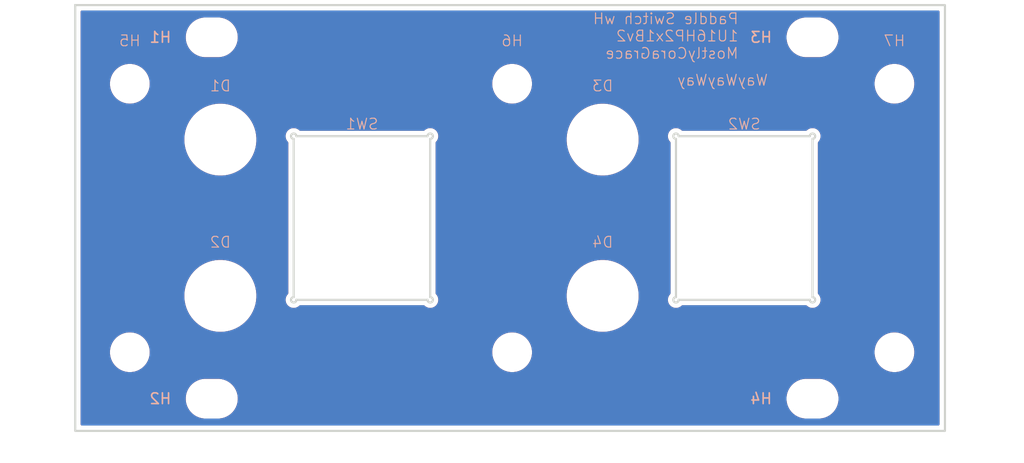
<source format=kicad_pcb>
(kicad_pcb (version 20241229) (generator "pcbnew") (generator_version "9.0")
  (layers (0 "F.Cu" signal) (2 "B.Cu" signal) (13 "F.Paste" user) (15 "B.Paste" user) (5 "F.SilkS" user "F.Silkscreen") (7 "B.SilkS" user "B.Silkscreen") (1 "F.Mask" user) (3 "B.Mask" user) (25 "Edge.Cuts" user))
  (net 0 "")
  (footprint "EXC:MountingHole_3.2mm_M3" (layer "F.Cu") (at 12.7 39.075)
    (property "Reference" "H2" (at -3.683 0 0) (layer "B.SilkS") (effects (justify left mirror)))
    (property "Value" "Eurorack_M3_MountingHole")
    (pad "" np_thru_hole oval (at 0 0) (size 4.34 3.2) (drill oval 4.34 3.2) (layers "*.Cu" "*.Mask"))
  )
  (footprint "EXC:MountingHole_3.2mm_M3" (layer "F.Cu") (at 68.58 39.075)
    (property "Reference" "H4" (at -3.683 0 0) (layer "B.SilkS") (effects (justify left mirror)))
    (property "Value" "Eurorack_M3_MountingHole")
    (pad "" np_thru_hole oval (at 0 0) (size 4.34 3.2) (drill oval 4.34 3.2) (layers "*.Cu" "*.Mask"))
  )
  (footprint "EXC:SW_DPDT_p5xp6i_Panel_Mount_Paddle_Switch_A" (layer "F.Cu") (at 62.23 22.25)
    (property "Reference" "SW2" (at 0 -8.75 0) (layer "B.SilkS") (effects (font (thickness 0.1)) (justify mirror)))
    (property "Value" "SW_DPDT-p5xp6i_Panel_Mount_Paddle_Switch_A")
    (fp_line (start -6.349999 -7.37) (end -6.35 7.37) (stroke (width 0.2)) (layer "Edge.Cuts"))
    (fp_line (start -6.1 7.619999) (end 6.1 7.62) (stroke (width 0.2)) (layer "Edge.Cuts"))
    (fp_line (start 6.1 -7.62) (end -6.1 -7.62) (stroke (width 0.2)) (layer "Edge.Cuts"))
    (fp_line (start 6.35 7.37) (end 6.35 -7.37) (stroke (width 0.2)) (layer "Edge.Cuts"))
    (fp_arc (start -6.35 -7.37) (mid -6.526777 -7.796777) (end -6.1 -7.62) (stroke (width 0.2)) (layer "Edge.Cuts"))
    (fp_arc (start -6.1 7.62) (mid -6.526777 7.796777) (end -6.35 7.37) (stroke (width 0.2)) (layer "Edge.Cuts"))
    (fp_arc (start 6.1 -7.62) (mid 6.526777 -7.796777) (end 6.35 -7.37) (stroke (width 0.2)) (layer "Edge.Cuts"))
    (fp_arc (start 6.35 7.37) (mid 6.526777 7.796777) (end 6.1 7.62) (stroke (width 0.2)) (layer "Edge.Cuts"))
  )
  (footprint "EXC:6mm_Panel_Mount_LED" (layer "F.Cu") (at 49.06 14.95)
    (property "Reference" "D3" (at 0 -5 0) (layer "B.SilkS") (effects (font (thickness 0.1)) (justify mirror)))
    (property "Value" "6mm_Panel_Mount_LED")
    (pad "" np_thru_hole circle (at 0 0) (size 6.2 6.2) (drill 6.2) (layers "*.Cu" "*.Mask"))
  )
  (footprint "EXC:Handle_1UM3P25_A" (layer "F.Cu") (at 76.2 9.75)
    (property "Reference" "H7" (at 0 -4 0) (layer "B.SilkS") (effects (font (thickness 0.1)) (justify mirror)))
    (property "Value" "Handle_1UM3P25_PanelMount_A")
    (pad "" np_thru_hole circle (at 0 0) (size 3.2 3.2) (drill 3.2) (layers "*.Cu" "*.Mask"))
    (pad "" np_thru_hole circle (at 0 25) (size 3.2 3.2) (drill 3.2) (layers "*.Cu" "*.Mask"))
  )
  (footprint "EXC:6mm_Panel_Mount_LED" (layer "F.Cu") (at 49.06 29.5)
    (property "Reference" "D4" (at 0 -5 0) (layer "B.SilkS") (effects (font (thickness 0.1)) (justify mirror)))
    (property "Value" "6mm_Panel_Mount_LED")
    (pad "" np_thru_hole circle (at 0 0) (size 6.2 6.2) (drill 6.2) (layers "*.Cu" "*.Mask"))
  )
  (footprint "EXC:Handle_1UM3P25_A" (layer "F.Cu") (at 5.08 9.75)
    (property "Reference" "H5" (at 0 -4 0) (layer "B.SilkS") (effects (font (thickness 0.1)) (justify mirror)))
    (property "Value" "Handle_1UM3P25_PanelMount_A")
    (pad "" np_thru_hole circle (at 0 0) (size 3.2 3.2) (drill 3.2) (layers "*.Cu" "*.Mask"))
    (pad "" np_thru_hole circle (at 0 25) (size 3.2 3.2) (drill 3.2) (layers "*.Cu" "*.Mask"))
  )
  (footprint "EXC:6mm_Panel_Mount_LED" (layer "F.Cu") (at 13.5 29.5)
    (property "Reference" "D2" (at 0 -5 0) (layer "B.SilkS") (effects (font (thickness 0.1)) (justify mirror)))
    (property "Value" "6mm_Panel_Mount_LED")
    (pad "" np_thru_hole circle (at 0 0) (size 6.2 6.2) (drill 6.2) (layers "*.Cu" "*.Mask"))
  )
  (footprint "EXC:6mm_Panel_Mount_LED" (layer "F.Cu") (at 13.5 14.95)
    (property "Reference" "D1" (at 0 -5 0) (layer "B.SilkS") (effects (font (thickness 0.1)) (justify mirror)))
    (property "Value" "6mm_Panel_Mount_LED")
    (pad "" np_thru_hole circle (at 0 0) (size 6.2 6.2) (drill 6.2) (layers "*.Cu" "*.Mask"))
  )
  (footprint "EXC:MountingHole_3.2mm_M3" (layer "F.Cu") (at 68.58 5.425)
    (property "Reference" "H3" (at -3.683 0 0) (layer "B.SilkS") (effects (justify left mirror)))
    (property "Value" "Eurorack_M3_MountingHole")
    (pad "" np_thru_hole oval (at 0 0) (size 4.34 3.2) (drill oval 4.34 3.2) (layers "*.Cu" "*.Mask"))
  )
  (footprint "EXC:SW_DPDT_p5xp6i_Panel_Mount_Paddle_Switch_A" (layer "F.Cu") (at 26.67 22.25)
    (property "Reference" "SW1" (at 0 -8.75 0) (layer "B.SilkS") (effects (font (thickness 0.1)) (justify mirror)))
    (property "Value" "SW_DPDT-p5xp6i_Panel_Mount_Paddle_Switch_A")
    (fp_line (start -6.349999 -7.37) (end -6.35 7.37) (stroke (width 0.2)) (layer "Edge.Cuts"))
    (fp_line (start -6.1 7.619999) (end 6.1 7.62) (stroke (width 0.2)) (layer "Edge.Cuts"))
    (fp_line (start 6.1 -7.62) (end -6.1 -7.62) (stroke (width 0.2)) (layer "Edge.Cuts"))
    (fp_line (start 6.35 7.37) (end 6.35 -7.37) (stroke (width 0.2)) (layer "Edge.Cuts"))
    (fp_arc (start -6.35 -7.37) (mid -6.526777 -7.796777) (end -6.1 -7.62) (stroke (width 0.2)) (layer "Edge.Cuts"))
    (fp_arc (start -6.1 7.62) (mid -6.526777 7.796777) (end -6.35 7.37) (stroke (width 0.2)) (layer "Edge.Cuts"))
    (fp_arc (start 6.1 -7.62) (mid 6.526777 -7.796777) (end 6.35 -7.37) (stroke (width 0.2)) (layer "Edge.Cuts"))
    (fp_arc (start 6.35 7.37) (mid 6.526777 7.796777) (end 6.1 7.62) (stroke (width 0.2)) (layer "Edge.Cuts"))
  )
  (footprint "EXC:Handle_1UM3P25_A" (layer "F.Cu") (at 40.64 9.75)
    (property "Reference" "H6" (at 0 -4 0) (layer "B.SilkS") (effects (font (thickness 0.1)) (justify mirror)))
    (property "Value" "Handle_1UM3P25_PanelMount_A")
    (pad "" np_thru_hole circle (at 0 0) (size 3.2 3.2) (drill 3.2) (layers "*.Cu" "*.Mask"))
    (pad "" np_thru_hole circle (at 0 25) (size 3.2 3.2) (drill 3.2) (layers "*.Cu" "*.Mask"))
  )
  (footprint "EXC:MountingHole_3.2mm_M3" (layer "F.Cu") (at 12.7 5.425)
    (property "Reference" "H1" (at -3.683 0 0) (layer "B.SilkS") (effects (justify left mirror)))
    (property "Value" "Eurorack_M3_MountingHole")
    (pad "" np_thru_hole oval (at 0 0) (size 4.34 3.2) (drill oval 4.34 3.2) (layers "*.Cu" "*.Mask"))
  )
  (gr_rect (start 0 2.425) (end 80.9 42.075) (stroke (width 0.2)) (fill no) (layer "Edge.Cuts"))
  (gr_text "WayWayWay" (at 64.5 10 0) (layer "B.SilkS") (effects (font (size 1 1) (thickness 0.1)) (justify left bottom mirror)))
  (gr_text "Paddle Switch wH\n1U16HP2x1Bv2\nMostlyCoraGrace" (at 61.75 7.5 0) (layer "B.SilkS") (effects (font (size 1 1) (thickness 0.1)) (justify left bottom mirror)))
  (zone (net 0) (net_name "") (layers "F.Cu" "B.Cu") (connect_pads (clearance 0.5)) (min_thickness 0.25) (fill yes (thermal_gap 0.5) (thermal_bridge_width 0.5) (island_removal_mode 1) (island_area_min 10))
    (polygon (pts (xy 0 2.425) (xy 80.9 2.425) (xy 80.9 42.075) (xy 0 42.075)))
  )
)
</source>
